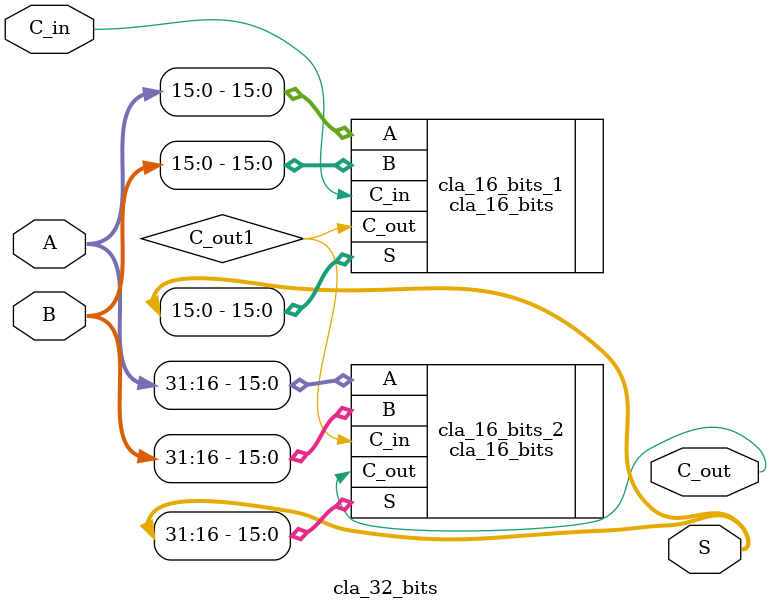
<source format=v>
`timescale 1ns / 10ps
module cla_32_bits(
   input wire [31:0] A, 
   input wire [31:0] B, 
   input wire C_in, 
   output wire [31:0] S, 
   output wire C_out
);

	wire C_out1;

   cla_16_bits cla_16_bits_1(.A(A[15:0]), .B(B[15:0]), .C_in(C_in), .S(S[15:0]), .C_out(C_out1));
   cla_16_bits cla_16_bits_2(.A(A[31:16]), .B(B[31:16]), .C_in(C_out1), .S(S[31:16]), .C_out(C_out));

endmodule
</source>
